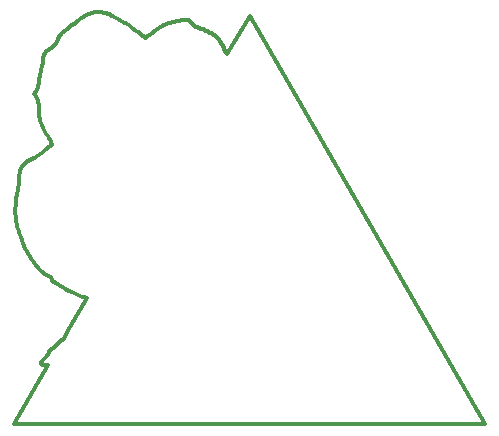
<source format=gbr>
%TF.GenerationSoftware,KiCad,Pcbnew,(6.99.0-2239-g14886e426b)*%
%TF.CreationDate,2022-06-28T00:18:28+01:00*%
%TF.ProjectId,Butterfly_Badge_Addon,42757474-6572-4666-9c79-5f4261646765,rev?*%
%TF.SameCoordinates,Original*%
%TF.FileFunction,Profile,NP*%
%FSLAX46Y46*%
G04 Gerber Fmt 4.6, Leading zero omitted, Abs format (unit mm)*
G04 Created by KiCad (PCBNEW (6.99.0-2239-g14886e426b)) date 2022-06-28 00:18:28*
%MOMM*%
%LPD*%
G01*
G04 APERTURE LIST*
%TA.AperFunction,Profile*%
%ADD10C,0.353880*%
%TD*%
G04 APERTURE END LIST*
D10*
X107791397Y-69433694D02*
X107856963Y-69437282D01*
X107922398Y-69443263D01*
X107987637Y-69451635D01*
X108048423Y-69460788D01*
X108109052Y-69470868D01*
X108169512Y-69481875D01*
X108229792Y-69493805D01*
X108289883Y-69506657D01*
X108349774Y-69520428D01*
X108409454Y-69535117D01*
X108468913Y-69550721D01*
X108492466Y-69556502D01*
X108515866Y-69562796D01*
X108539104Y-69569601D01*
X108562172Y-69576912D01*
X108585062Y-69584726D01*
X108607766Y-69593039D01*
X108630276Y-69601849D01*
X108652584Y-69611152D01*
X108674682Y-69620944D01*
X108696561Y-69631221D01*
X108718213Y-69641981D01*
X108739631Y-69653219D01*
X108760806Y-69664933D01*
X108781730Y-69677118D01*
X108802395Y-69689772D01*
X108822793Y-69702890D01*
X108858068Y-69724166D01*
X108893639Y-69744930D01*
X108929501Y-69765179D01*
X108965648Y-69784910D01*
X109002074Y-69804121D01*
X109038774Y-69822807D01*
X109075743Y-69840968D01*
X109112975Y-69858598D01*
X109414879Y-70014416D01*
X109704839Y-70170897D01*
X109837876Y-70245447D01*
X109958969Y-70315435D01*
X110065133Y-70379285D01*
X110153382Y-70435422D01*
X110337344Y-70563925D01*
X110632447Y-70776032D01*
X110932195Y-70994774D01*
X111130091Y-71143183D01*
X111386654Y-71356838D01*
X111577970Y-71517909D01*
X111651649Y-71581089D01*
X111696298Y-71620921D01*
X112050179Y-71405054D01*
X112108252Y-71363834D01*
X112165677Y-71321738D01*
X112222443Y-71278772D01*
X112278542Y-71234944D01*
X112333963Y-71190263D01*
X112388698Y-71144736D01*
X112442735Y-71098371D01*
X112496065Y-71051175D01*
X112570079Y-70993279D01*
X112645102Y-70936733D01*
X112721113Y-70881549D01*
X112798095Y-70827741D01*
X112876029Y-70775321D01*
X112954896Y-70724302D01*
X113034678Y-70674697D01*
X113115355Y-70626519D01*
X113187792Y-70588483D01*
X113261000Y-70552112D01*
X113334948Y-70517415D01*
X113409607Y-70484403D01*
X113484949Y-70453085D01*
X113560943Y-70423470D01*
X113637562Y-70395568D01*
X113714775Y-70369388D01*
X113792554Y-70344940D01*
X113870870Y-70322233D01*
X113949693Y-70301277D01*
X114028994Y-70282082D01*
X114108744Y-70264656D01*
X114188914Y-70249010D01*
X114269475Y-70235153D01*
X114350398Y-70223095D01*
X114406771Y-70214305D01*
X114462983Y-70204609D01*
X114519024Y-70194010D01*
X114574883Y-70182510D01*
X114630550Y-70170112D01*
X114686013Y-70156817D01*
X114741262Y-70142628D01*
X114796286Y-70127547D01*
X114826232Y-70115421D01*
X114856561Y-70104573D01*
X114887233Y-70095006D01*
X114918207Y-70086723D01*
X114949444Y-70079727D01*
X114980901Y-70074021D01*
X115012541Y-70069609D01*
X115044321Y-70066493D01*
X115076202Y-70064677D01*
X115108143Y-70064164D01*
X115140104Y-70064957D01*
X115172045Y-70067059D01*
X115203925Y-70070473D01*
X115235704Y-70075203D01*
X115267341Y-70081251D01*
X115298798Y-70088620D01*
X115310322Y-70092183D01*
X115321662Y-70096193D01*
X115332807Y-70100642D01*
X115343744Y-70105522D01*
X115354461Y-70110826D01*
X115364948Y-70116544D01*
X115375191Y-70122669D01*
X115385180Y-70129193D01*
X115394902Y-70136108D01*
X115404346Y-70143406D01*
X115413499Y-70151079D01*
X115422351Y-70159118D01*
X115430889Y-70167517D01*
X115439102Y-70176266D01*
X115446977Y-70185357D01*
X115454504Y-70194784D01*
X115470484Y-70211925D01*
X115488786Y-70231057D01*
X115508747Y-70251515D01*
X115529704Y-70272638D01*
X115550992Y-70293760D01*
X115571949Y-70314218D01*
X115591910Y-70333350D01*
X115610212Y-70350491D01*
X115651626Y-70389363D01*
X115702662Y-70438519D01*
X115729818Y-70465191D01*
X115757016Y-70492320D01*
X115783467Y-70519199D01*
X115808384Y-70545125D01*
X115831624Y-70568067D01*
X115853636Y-70589153D01*
X115874517Y-70608435D01*
X115894366Y-70625965D01*
X115913283Y-70641794D01*
X115931365Y-70655975D01*
X115948711Y-70668560D01*
X115965419Y-70679600D01*
X115981588Y-70689147D01*
X115997316Y-70697252D01*
X116012703Y-70703969D01*
X116027845Y-70709348D01*
X116042843Y-70713441D01*
X116057794Y-70716301D01*
X116072796Y-70717979D01*
X116087949Y-70718527D01*
X116113751Y-70718575D01*
X116131134Y-70718914D01*
X116137149Y-70719283D01*
X116141633Y-70719833D01*
X116144781Y-70720601D01*
X116145913Y-70721078D01*
X116146783Y-70721623D01*
X116147414Y-70722241D01*
X116147831Y-70722935D01*
X116148057Y-70723712D01*
X116148117Y-70724574D01*
X116147832Y-70726576D01*
X116147170Y-70728977D01*
X116145476Y-70735122D01*
X116144829Y-70738938D01*
X116144571Y-70743298D01*
X116144603Y-70747820D01*
X116144826Y-70752104D01*
X116145070Y-70754159D01*
X116145434Y-70756159D01*
X116145941Y-70758104D01*
X116146617Y-70759997D01*
X116147484Y-70761837D01*
X116148567Y-70763627D01*
X116149889Y-70765368D01*
X116151475Y-70767060D01*
X116153350Y-70768707D01*
X116155535Y-70770307D01*
X116158057Y-70771864D01*
X116160938Y-70773378D01*
X116164202Y-70774850D01*
X116167874Y-70776282D01*
X116171978Y-70777676D01*
X116176537Y-70779032D01*
X116181576Y-70780351D01*
X116187118Y-70781636D01*
X116193188Y-70782886D01*
X116199809Y-70784105D01*
X116207006Y-70785292D01*
X116214801Y-70786450D01*
X116223221Y-70787579D01*
X116232287Y-70788680D01*
X116242025Y-70789756D01*
X116252458Y-70790808D01*
X116263610Y-70791836D01*
X116275506Y-70792841D01*
X116317363Y-70795952D01*
X116346282Y-70797818D01*
X116364584Y-70799186D01*
X116370480Y-70799917D01*
X116374593Y-70800804D01*
X116377212Y-70801939D01*
X116378629Y-70803416D01*
X116379134Y-70805329D01*
X116379016Y-70807771D01*
X116378077Y-70814613D01*
X116377835Y-70819201D01*
X116378132Y-70824691D01*
X116378629Y-70827615D01*
X116379453Y-70830416D01*
X116380600Y-70833097D01*
X116382065Y-70835660D01*
X116383844Y-70838105D01*
X116385931Y-70840436D01*
X116388324Y-70842655D01*
X116391016Y-70844762D01*
X116394004Y-70846761D01*
X116397282Y-70848653D01*
X116400847Y-70850440D01*
X116404694Y-70852123D01*
X116408818Y-70853706D01*
X116413215Y-70855190D01*
X116417881Y-70856576D01*
X116422810Y-70857867D01*
X116427998Y-70859065D01*
X116433441Y-70860171D01*
X116445072Y-70862118D01*
X116457668Y-70863722D01*
X116471191Y-70865000D01*
X116485606Y-70865967D01*
X116500877Y-70866638D01*
X116516966Y-70867029D01*
X116533839Y-70867156D01*
X116549512Y-70866654D01*
X116565104Y-70867016D01*
X116580583Y-70868229D01*
X116595916Y-70870281D01*
X116611070Y-70873158D01*
X116626015Y-70876848D01*
X116640716Y-70881337D01*
X116655142Y-70886614D01*
X116669262Y-70892665D01*
X116683041Y-70899477D01*
X116696449Y-70907038D01*
X116709453Y-70915335D01*
X116722021Y-70924356D01*
X116734120Y-70934086D01*
X116745718Y-70944514D01*
X116756782Y-70955626D01*
X116759154Y-70959847D01*
X116761657Y-70963965D01*
X116764287Y-70967980D01*
X116767041Y-70971889D01*
X116769916Y-70975689D01*
X116772908Y-70979379D01*
X116776014Y-70982957D01*
X116779230Y-70986421D01*
X116782553Y-70989768D01*
X116785979Y-70992997D01*
X116789505Y-70996106D01*
X116793129Y-70999092D01*
X116796845Y-71001953D01*
X116800651Y-71004688D01*
X116804544Y-71007295D01*
X116808520Y-71009770D01*
X116812575Y-71012113D01*
X116816707Y-71014322D01*
X116820912Y-71016393D01*
X116825185Y-71018326D01*
X116829525Y-71020117D01*
X116833928Y-71021766D01*
X116838389Y-71023270D01*
X116842906Y-71024626D01*
X116847476Y-71025834D01*
X116852094Y-71026891D01*
X116856758Y-71027794D01*
X116861464Y-71028542D01*
X116866209Y-71029133D01*
X116870989Y-71029564D01*
X116875801Y-71029834D01*
X116880641Y-71029941D01*
X116890583Y-71030226D01*
X116900457Y-71031061D01*
X116910197Y-71032414D01*
X116919734Y-71034254D01*
X116929002Y-71036550D01*
X116937932Y-71039272D01*
X116946459Y-71042387D01*
X116954513Y-71045866D01*
X116962029Y-71049676D01*
X116968938Y-71053787D01*
X116975173Y-71058167D01*
X116980667Y-71062786D01*
X116985352Y-71067612D01*
X116989161Y-71072614D01*
X116990716Y-71075172D01*
X116992027Y-71077762D01*
X116993085Y-71080380D01*
X116993882Y-71083023D01*
X117002444Y-71091759D01*
X117011299Y-71100155D01*
X117020437Y-71108205D01*
X117029848Y-71115902D01*
X117039522Y-71123241D01*
X117049446Y-71130215D01*
X117059612Y-71136819D01*
X117070008Y-71143045D01*
X117080625Y-71148890D01*
X117091450Y-71154345D01*
X117102474Y-71159405D01*
X117113687Y-71164065D01*
X117125076Y-71168317D01*
X117136633Y-71172156D01*
X117148347Y-71175576D01*
X117160206Y-71178571D01*
X117174157Y-71180518D01*
X117188051Y-71182797D01*
X117201883Y-71185405D01*
X117215647Y-71188341D01*
X117229338Y-71191604D01*
X117242949Y-71195193D01*
X117256474Y-71199106D01*
X117269909Y-71203342D01*
X117294059Y-71212037D01*
X117304449Y-71216017D01*
X117313813Y-71219820D01*
X117322223Y-71223499D01*
X117329752Y-71227105D01*
X117336472Y-71230690D01*
X117342455Y-71234307D01*
X117347776Y-71238006D01*
X117352505Y-71241841D01*
X117356716Y-71245861D01*
X117360481Y-71250121D01*
X117363873Y-71254670D01*
X117366964Y-71259562D01*
X117369827Y-71264848D01*
X117372535Y-71270579D01*
X117375197Y-71276347D01*
X117377906Y-71281721D01*
X117380708Y-71286722D01*
X117383650Y-71291370D01*
X117386778Y-71295686D01*
X117388427Y-71297726D01*
X117390140Y-71299691D01*
X117391923Y-71301584D01*
X117393782Y-71303407D01*
X117395722Y-71305162D01*
X117397750Y-71306852D01*
X117399871Y-71308480D01*
X117402091Y-71310049D01*
X117404417Y-71311560D01*
X117406853Y-71313017D01*
X117409405Y-71314423D01*
X117412081Y-71315779D01*
X117414884Y-71317088D01*
X117417822Y-71318353D01*
X117424122Y-71320762D01*
X117431030Y-71323026D01*
X117438590Y-71325165D01*
X117446850Y-71327200D01*
X117492018Y-71339427D01*
X117510899Y-71344890D01*
X117527524Y-71350037D01*
X117542055Y-71354955D01*
X117554652Y-71359734D01*
X117565477Y-71364461D01*
X117574689Y-71369224D01*
X117582450Y-71374111D01*
X117588920Y-71379211D01*
X117594261Y-71384612D01*
X117598631Y-71390401D01*
X117602194Y-71396667D01*
X117605108Y-71403499D01*
X117607535Y-71410983D01*
X117609635Y-71419209D01*
X117610987Y-71424043D01*
X117612510Y-71428796D01*
X117614198Y-71433467D01*
X117616050Y-71438052D01*
X117620227Y-71446951D01*
X117625011Y-71455467D01*
X117630375Y-71463574D01*
X117636288Y-71471245D01*
X117642723Y-71478456D01*
X117649651Y-71485178D01*
X117657042Y-71491388D01*
X117664867Y-71497058D01*
X117673099Y-71502163D01*
X117681708Y-71506676D01*
X117690665Y-71510572D01*
X117699942Y-71513825D01*
X117704691Y-71515202D01*
X117709510Y-71516408D01*
X117714393Y-71517440D01*
X117719339Y-71518295D01*
X117723372Y-71518567D01*
X117727369Y-71519036D01*
X117731323Y-71519700D01*
X117735228Y-71520555D01*
X117739078Y-71521598D01*
X117742866Y-71522826D01*
X117746585Y-71524236D01*
X117750228Y-71525825D01*
X117753790Y-71527590D01*
X117757263Y-71529528D01*
X117760641Y-71531636D01*
X117763918Y-71533911D01*
X117767086Y-71536349D01*
X117770140Y-71538948D01*
X117773073Y-71541704D01*
X117775877Y-71544615D01*
X117778534Y-71547662D01*
X117781026Y-71550823D01*
X117783350Y-71554090D01*
X117785505Y-71557459D01*
X117787486Y-71560920D01*
X117789293Y-71564469D01*
X117790922Y-71568097D01*
X117792372Y-71571799D01*
X117793639Y-71575567D01*
X117794721Y-71579394D01*
X117795615Y-71583274D01*
X117796320Y-71587200D01*
X117796833Y-71591165D01*
X117797150Y-71595162D01*
X117797271Y-71599185D01*
X117797191Y-71603227D01*
X117797267Y-71613041D01*
X117797448Y-71617378D01*
X117797800Y-71621363D01*
X117798379Y-71625016D01*
X117798773Y-71626724D01*
X117799244Y-71628358D01*
X117799801Y-71629918D01*
X117800451Y-71631409D01*
X117801201Y-71632833D01*
X117802057Y-71634191D01*
X117803028Y-71635488D01*
X117804120Y-71636724D01*
X117805340Y-71637904D01*
X117806695Y-71639029D01*
X117808193Y-71640103D01*
X117809841Y-71641127D01*
X117811646Y-71642105D01*
X117813614Y-71643038D01*
X117815754Y-71643930D01*
X117818072Y-71644783D01*
X117820575Y-71645600D01*
X117823270Y-71646383D01*
X117829267Y-71647859D01*
X117836120Y-71649231D01*
X117860504Y-71653102D01*
X117865291Y-71654095D01*
X117869648Y-71655327D01*
X117871680Y-71656068D01*
X117873621Y-71656912D01*
X117875479Y-71657872D01*
X117877258Y-71658963D01*
X117878964Y-71660199D01*
X117880604Y-71661594D01*
X117882182Y-71663164D01*
X117883706Y-71664921D01*
X117885181Y-71666880D01*
X117886612Y-71669056D01*
X117888005Y-71671462D01*
X117889367Y-71674113D01*
X117890703Y-71677024D01*
X117892018Y-71680208D01*
X117893320Y-71683679D01*
X117894613Y-71687453D01*
X117897197Y-71695963D01*
X117899817Y-71705852D01*
X117903030Y-71711698D01*
X117906349Y-71717480D01*
X117909775Y-71723194D01*
X117913306Y-71728841D01*
X117916942Y-71734418D01*
X117920681Y-71739925D01*
X117924522Y-71745359D01*
X117928465Y-71750720D01*
X117932507Y-71756005D01*
X117936648Y-71761214D01*
X117940888Y-71766345D01*
X117945224Y-71771397D01*
X117949656Y-71776368D01*
X117954183Y-71781257D01*
X117958804Y-71786063D01*
X117963517Y-71790783D01*
X117968414Y-71794788D01*
X117973147Y-71798961D01*
X117977712Y-71803298D01*
X117982107Y-71807794D01*
X117986326Y-71812443D01*
X117990367Y-71817240D01*
X117994226Y-71822179D01*
X117997898Y-71827256D01*
X118001381Y-71832465D01*
X118004670Y-71837800D01*
X118007763Y-71843257D01*
X118010654Y-71848830D01*
X118013341Y-71854513D01*
X118015820Y-71860302D01*
X118018087Y-71866191D01*
X118020138Y-71872175D01*
X118022841Y-71879271D01*
X118025758Y-71886267D01*
X118028886Y-71893159D01*
X118032223Y-71899943D01*
X118035764Y-71906614D01*
X118039508Y-71913167D01*
X118043450Y-71919599D01*
X118047588Y-71925905D01*
X118051919Y-71932080D01*
X118056440Y-71938119D01*
X118061147Y-71944019D01*
X118066038Y-71949774D01*
X118071110Y-71955381D01*
X118076359Y-71960834D01*
X118081782Y-71966130D01*
X118087377Y-71971263D01*
X118094329Y-71977223D01*
X118101028Y-71983431D01*
X118107469Y-71989878D01*
X118113647Y-71996555D01*
X118119556Y-72003454D01*
X118125190Y-72010567D01*
X118130544Y-72017884D01*
X118135612Y-72025399D01*
X118140390Y-72033101D01*
X118144871Y-72040984D01*
X118149051Y-72049038D01*
X118152923Y-72057254D01*
X118156483Y-72065625D01*
X118159724Y-72074143D01*
X118162642Y-72082797D01*
X118165230Y-72091581D01*
X118166693Y-72098922D01*
X118168491Y-72106158D01*
X118170618Y-72113279D01*
X118173068Y-72120274D01*
X118175835Y-72127134D01*
X118178913Y-72133847D01*
X118182294Y-72140403D01*
X118185974Y-72146793D01*
X118189946Y-72153006D01*
X118194203Y-72159031D01*
X118198739Y-72164858D01*
X118203548Y-72170477D01*
X118208624Y-72175878D01*
X118213961Y-72181051D01*
X118219551Y-72185984D01*
X118225390Y-72190668D01*
X118231512Y-72195777D01*
X118237377Y-72201137D01*
X118242979Y-72206738D01*
X118248311Y-72212569D01*
X118253369Y-72218621D01*
X118258145Y-72224883D01*
X118262633Y-72231345D01*
X118266828Y-72237997D01*
X118270723Y-72244828D01*
X118274313Y-72251830D01*
X118277590Y-72258990D01*
X118280550Y-72266301D01*
X118283186Y-72273750D01*
X118285491Y-72281328D01*
X118287461Y-72289026D01*
X118289088Y-72296832D01*
X118291256Y-72303244D01*
X118293552Y-72309606D01*
X118295976Y-72315916D01*
X118298526Y-72322172D01*
X118301201Y-72328373D01*
X118304001Y-72334516D01*
X118306924Y-72340600D01*
X118309970Y-72346622D01*
X118313137Y-72352582D01*
X118316425Y-72358477D01*
X118319833Y-72364305D01*
X118323359Y-72370065D01*
X118327003Y-72375754D01*
X118330763Y-72381370D01*
X118334640Y-72386913D01*
X118338631Y-72392380D01*
X118346000Y-72400175D01*
X118352978Y-72408270D01*
X118359558Y-72416648D01*
X118365733Y-72425296D01*
X118371498Y-72434198D01*
X118376845Y-72443338D01*
X118381767Y-72452702D01*
X118386259Y-72462275D01*
X118390312Y-72472041D01*
X118393921Y-72481985D01*
X118397079Y-72492092D01*
X118399779Y-72502348D01*
X118402015Y-72512736D01*
X118403780Y-72523243D01*
X118405066Y-72533852D01*
X118405869Y-72544548D01*
X118406583Y-72550052D01*
X118407475Y-72555519D01*
X118408543Y-72560946D01*
X118409786Y-72566328D01*
X118411201Y-72571661D01*
X118412788Y-72576942D01*
X118414544Y-72582165D01*
X118416468Y-72587328D01*
X118418559Y-72592425D01*
X118420814Y-72597453D01*
X118423233Y-72602408D01*
X118425813Y-72607285D01*
X118428553Y-72612082D01*
X118431452Y-72616792D01*
X118434507Y-72621413D01*
X118437718Y-72625940D01*
X118442169Y-72632032D01*
X118446421Y-72638249D01*
X118450470Y-72644586D01*
X118454314Y-72651039D01*
X118457952Y-72657603D01*
X118461381Y-72664271D01*
X118464599Y-72671041D01*
X118467604Y-72677905D01*
X118470394Y-72684860D01*
X118472967Y-72691900D01*
X118475320Y-72699020D01*
X118477451Y-72706215D01*
X118479359Y-72713480D01*
X118481041Y-72720810D01*
X118482496Y-72728199D01*
X118483720Y-72735644D01*
X118484478Y-72743971D01*
X118485675Y-72752203D01*
X118487301Y-72760325D01*
X118489350Y-72768321D01*
X118491813Y-72776177D01*
X118494681Y-72783876D01*
X118497947Y-72791404D01*
X118501602Y-72798744D01*
X118505638Y-72805882D01*
X118510048Y-72812802D01*
X118514822Y-72819489D01*
X118519953Y-72825927D01*
X118525432Y-72832101D01*
X118531252Y-72837996D01*
X118537404Y-72843595D01*
X118543879Y-72848885D01*
X118549606Y-72853842D01*
X118555070Y-72859045D01*
X118560263Y-72864482D01*
X118565181Y-72870142D01*
X118569818Y-72876015D01*
X118574166Y-72882089D01*
X118578221Y-72888354D01*
X118581976Y-72894799D01*
X118585426Y-72901412D01*
X118588563Y-72908183D01*
X118591383Y-72915101D01*
X118593879Y-72922155D01*
X118596044Y-72929334D01*
X118597874Y-72936626D01*
X118599362Y-72944022D01*
X118600502Y-72951510D01*
X118600502Y-72997515D01*
X120560998Y-69755972D01*
X140516305Y-104266371D01*
X100605697Y-104266371D01*
X103496898Y-99273121D01*
X103143018Y-99273121D01*
X103072325Y-99272914D01*
X103043271Y-99272421D01*
X103018054Y-99271462D01*
X102996403Y-99269881D01*
X102978049Y-99267523D01*
X102962722Y-99264231D01*
X102956110Y-99262186D01*
X102950153Y-99259850D01*
X102944819Y-99257203D01*
X102940072Y-99254226D01*
X102935881Y-99250899D01*
X102932210Y-99247202D01*
X102929027Y-99243116D01*
X102926297Y-99238622D01*
X102923988Y-99233701D01*
X102922064Y-99228332D01*
X102919241Y-99216176D01*
X102917558Y-99201998D01*
X102916745Y-99185643D01*
X102916535Y-99166955D01*
X102916689Y-99157163D01*
X102917191Y-99147633D01*
X102918098Y-99138271D01*
X102919465Y-99128989D01*
X102921351Y-99119693D01*
X102923813Y-99110293D01*
X102926907Y-99100698D01*
X102930690Y-99090815D01*
X102935220Y-99080554D01*
X102940553Y-99069823D01*
X102946747Y-99058531D01*
X102953858Y-99046587D01*
X102961944Y-99033898D01*
X102971061Y-99020375D01*
X102981267Y-99005925D01*
X102992619Y-98990456D01*
X103018987Y-98956101D01*
X103050622Y-98916577D01*
X103087980Y-98871154D01*
X103131517Y-98819101D01*
X103376579Y-98529969D01*
X103407004Y-98496319D01*
X103436838Y-98462157D01*
X103466074Y-98427490D01*
X103494706Y-98392326D01*
X103522727Y-98356674D01*
X103550131Y-98320541D01*
X103576911Y-98283936D01*
X103603062Y-98246865D01*
X103604406Y-98241412D01*
X103605572Y-98235928D01*
X103606558Y-98230418D01*
X103607364Y-98224887D01*
X103607992Y-98219338D01*
X103608440Y-98213776D01*
X103608709Y-98208205D01*
X103608799Y-98202630D01*
X103608709Y-98197055D01*
X103608440Y-98191484D01*
X103607992Y-98185922D01*
X103607364Y-98180373D01*
X103606558Y-98174841D01*
X103605572Y-98169331D01*
X103604406Y-98163847D01*
X103603062Y-98158394D01*
X103603292Y-98146768D01*
X103604071Y-98135717D01*
X103604709Y-98130380D01*
X103605534Y-98125153D01*
X103606565Y-98120027D01*
X103607817Y-98114989D01*
X103609307Y-98110029D01*
X103611053Y-98105135D01*
X103613071Y-98100298D01*
X103615378Y-98095505D01*
X103617991Y-98090745D01*
X103620927Y-98086009D01*
X103624202Y-98081284D01*
X103627833Y-98076560D01*
X103631838Y-98071825D01*
X103636233Y-98067069D01*
X103641034Y-98062281D01*
X103646260Y-98057449D01*
X103651926Y-98052563D01*
X103658050Y-98047611D01*
X103664647Y-98042583D01*
X103671736Y-98037467D01*
X103679334Y-98032253D01*
X103687456Y-98026929D01*
X103705341Y-98015910D01*
X103725529Y-98004320D01*
X103748153Y-97992071D01*
X103792792Y-97965068D01*
X103836694Y-97936989D01*
X103879842Y-97907851D01*
X103922218Y-97877670D01*
X103963803Y-97846462D01*
X104004579Y-97814242D01*
X104044529Y-97781029D01*
X104083634Y-97746837D01*
X104121877Y-97711682D01*
X104159238Y-97675582D01*
X104195701Y-97638551D01*
X104231248Y-97600607D01*
X104265859Y-97561766D01*
X104299517Y-97522043D01*
X104332205Y-97481455D01*
X104363903Y-97440018D01*
X104382867Y-97419044D01*
X104402293Y-97398534D01*
X104422171Y-97378495D01*
X104442495Y-97358934D01*
X104463253Y-97339857D01*
X104484438Y-97321272D01*
X104506041Y-97303186D01*
X104528052Y-97285605D01*
X104550463Y-97268536D01*
X104573264Y-97251987D01*
X104596448Y-97235965D01*
X104620005Y-97220475D01*
X104643926Y-97205527D01*
X104668202Y-97191125D01*
X104692824Y-97177277D01*
X104717784Y-97163991D01*
X105333536Y-96102352D01*
X106749056Y-93653503D01*
X106564270Y-93590933D01*
X106380521Y-93525487D01*
X106197843Y-93457177D01*
X106016270Y-93386017D01*
X105835834Y-93312019D01*
X105656570Y-93235198D01*
X105478509Y-93155566D01*
X105301686Y-93073137D01*
X105283993Y-93073137D01*
X105267086Y-93059028D01*
X105249808Y-93045398D01*
X105232168Y-93032252D01*
X105214176Y-93019599D01*
X105195844Y-93007446D01*
X105177180Y-92995798D01*
X105158196Y-92984664D01*
X105138902Y-92974051D01*
X105091536Y-92949332D01*
X105045001Y-92923164D01*
X104999327Y-92895570D01*
X104954547Y-92866571D01*
X104910695Y-92836189D01*
X104867801Y-92804444D01*
X104825900Y-92771360D01*
X104785022Y-92736956D01*
X104704676Y-92683295D01*
X104623212Y-92631410D01*
X104540662Y-92581315D01*
X104457055Y-92533029D01*
X104372420Y-92486568D01*
X104286788Y-92441948D01*
X104200187Y-92399187D01*
X104112648Y-92358300D01*
X104049254Y-92325262D01*
X104022357Y-92310434D01*
X103998301Y-92296372D01*
X103976816Y-92282808D01*
X103957633Y-92269472D01*
X103940481Y-92256095D01*
X103925093Y-92242406D01*
X103911197Y-92228137D01*
X103898524Y-92213017D01*
X103886805Y-92196778D01*
X103875771Y-92179150D01*
X103865151Y-92159863D01*
X103854676Y-92138647D01*
X103844077Y-92115233D01*
X103833084Y-92089352D01*
X103823225Y-92058727D01*
X103811337Y-92029143D01*
X103797505Y-92000676D01*
X103781812Y-91973403D01*
X103764344Y-91947402D01*
X103745185Y-91922750D01*
X103724420Y-91899522D01*
X103702133Y-91877798D01*
X103678409Y-91857652D01*
X103653332Y-91839163D01*
X103626987Y-91822407D01*
X103599459Y-91807461D01*
X103570832Y-91794402D01*
X103541191Y-91783308D01*
X103510620Y-91774254D01*
X103479204Y-91767319D01*
X103411820Y-91730491D01*
X103345545Y-91691899D01*
X103280410Y-91651572D01*
X103216449Y-91609536D01*
X103153692Y-91565818D01*
X103092171Y-91520446D01*
X103031920Y-91473447D01*
X102972970Y-91424848D01*
X102915352Y-91374676D01*
X102859099Y-91322958D01*
X102804243Y-91269721D01*
X102750816Y-91214992D01*
X102698850Y-91158799D01*
X102648377Y-91101169D01*
X102599428Y-91042128D01*
X102552037Y-90981704D01*
X102353864Y-90730451D01*
X102205627Y-90531247D01*
X102064633Y-90327133D01*
X101930996Y-90118311D01*
X101804830Y-89904981D01*
X101686249Y-89687343D01*
X101575367Y-89465599D01*
X101472297Y-89239948D01*
X101377155Y-89010593D01*
X101297975Y-88819057D01*
X101265186Y-88740374D01*
X101242682Y-88688563D01*
X101173812Y-88509088D01*
X101109033Y-88328176D01*
X101048365Y-88145894D01*
X100991828Y-87962315D01*
X100939443Y-87777508D01*
X100891231Y-87591543D01*
X100847213Y-87404491D01*
X100807410Y-87216423D01*
X100778169Y-87045471D01*
X100754740Y-86873776D01*
X100737130Y-86701486D01*
X100725347Y-86528749D01*
X100719398Y-86355713D01*
X100719291Y-86182526D01*
X100725033Y-86009335D01*
X100736633Y-85836289D01*
X100742589Y-85693844D01*
X100752042Y-85551653D01*
X100764983Y-85409780D01*
X100781404Y-85268288D01*
X100801296Y-85127243D01*
X100824652Y-84986707D01*
X100851464Y-84846745D01*
X100881722Y-84707422D01*
X100912134Y-84540948D01*
X100940182Y-84374089D01*
X100965863Y-84206868D01*
X100989175Y-84039310D01*
X101010115Y-83871440D01*
X101028678Y-83703281D01*
X101044861Y-83534859D01*
X101058662Y-83366197D01*
X101072321Y-83212043D01*
X101085647Y-83077792D01*
X101096982Y-82978043D01*
X101101385Y-82945668D01*
X101104668Y-82927394D01*
X101125794Y-82869017D01*
X101148366Y-82811216D01*
X101172371Y-82754016D01*
X101197796Y-82697445D01*
X101224630Y-82641527D01*
X101252859Y-82586290D01*
X101282473Y-82531761D01*
X101313458Y-82477965D01*
X101337036Y-82449276D01*
X101361132Y-82421049D01*
X101385736Y-82393291D01*
X101410844Y-82366009D01*
X101436446Y-82339208D01*
X101462537Y-82312896D01*
X101489109Y-82287079D01*
X101516155Y-82261764D01*
X101543667Y-82236956D01*
X101571640Y-82212664D01*
X101600065Y-82188892D01*
X101628935Y-82165649D01*
X101658244Y-82142939D01*
X101687984Y-82120771D01*
X101718148Y-82099149D01*
X101748730Y-82078082D01*
X101802096Y-82043729D01*
X101856326Y-82010819D01*
X101911388Y-81979368D01*
X101967254Y-81949389D01*
X102023893Y-81920900D01*
X102081276Y-81893915D01*
X102139374Y-81868449D01*
X102198157Y-81844518D01*
X102217086Y-81836852D01*
X102235806Y-81828713D01*
X102254309Y-81820106D01*
X102272585Y-81811036D01*
X102290625Y-81801506D01*
X102308422Y-81791521D01*
X102325966Y-81781086D01*
X102343248Y-81770205D01*
X102467453Y-81690732D01*
X102589871Y-81608626D01*
X102710462Y-81523920D01*
X102829184Y-81436642D01*
X102945997Y-81346826D01*
X103060859Y-81254500D01*
X103173730Y-81159697D01*
X103284568Y-81062447D01*
X103311483Y-81038192D01*
X103338790Y-81014408D01*
X103366484Y-80991099D01*
X103394558Y-80968270D01*
X103423006Y-80945925D01*
X103451820Y-80924068D01*
X103480996Y-80902704D01*
X103510527Y-80881837D01*
X103540405Y-80861472D01*
X103570625Y-80841613D01*
X103601181Y-80822265D01*
X103632066Y-80803432D01*
X103663274Y-80785118D01*
X103694797Y-80767327D01*
X103726631Y-80750065D01*
X103758769Y-80733336D01*
X103771299Y-80728178D01*
X103782372Y-80723258D01*
X103792026Y-80718484D01*
X103796331Y-80716122D01*
X103800295Y-80713762D01*
X103803922Y-80711391D01*
X103807216Y-80708998D01*
X103810182Y-80706571D01*
X103812826Y-80704099D01*
X103815150Y-80701570D01*
X103817160Y-80698973D01*
X103818861Y-80696295D01*
X103820256Y-80693524D01*
X103821350Y-80690651D01*
X103822149Y-80687662D01*
X103822656Y-80684546D01*
X103822875Y-80681291D01*
X103822812Y-80677886D01*
X103822472Y-80674319D01*
X103821858Y-80670578D01*
X103820974Y-80666652D01*
X103819827Y-80662529D01*
X103818420Y-80658197D01*
X103814844Y-80648861D01*
X103810283Y-80638551D01*
X103804773Y-80627173D01*
X103798383Y-80610382D01*
X103792423Y-80593444D01*
X103786896Y-80576365D01*
X103781805Y-80559154D01*
X103777153Y-80541820D01*
X103772940Y-80524371D01*
X103769171Y-80506814D01*
X103765846Y-80489159D01*
X103759042Y-80464466D01*
X103751480Y-80440040D01*
X103743171Y-80415897D01*
X103734124Y-80392055D01*
X103724347Y-80368528D01*
X103713849Y-80345335D01*
X103702640Y-80322490D01*
X103690728Y-80300010D01*
X103678122Y-80277912D01*
X103664832Y-80256212D01*
X103650865Y-80234926D01*
X103636232Y-80214070D01*
X103620942Y-80193661D01*
X103605002Y-80173716D01*
X103588423Y-80154249D01*
X103571212Y-80135279D01*
X103457165Y-79957550D01*
X103349378Y-79776173D01*
X103247933Y-79591314D01*
X103152912Y-79403142D01*
X103064395Y-79211824D01*
X102982463Y-79017528D01*
X102907198Y-78820422D01*
X102838680Y-78620673D01*
X102817414Y-78544964D01*
X102797790Y-78468842D01*
X102779813Y-78392333D01*
X102763489Y-78315464D01*
X102748822Y-78238261D01*
X102735818Y-78160752D01*
X102724483Y-78082962D01*
X102714822Y-78004920D01*
X102690051Y-77491794D01*
X102692593Y-77423755D01*
X102692239Y-77355763D01*
X102689001Y-77287908D01*
X102682887Y-77220282D01*
X102673910Y-77152976D01*
X102662077Y-77086082D01*
X102647401Y-77019691D01*
X102629891Y-76953896D01*
X102607964Y-76889777D01*
X102583778Y-76826545D01*
X102557359Y-76764260D01*
X102528738Y-76702980D01*
X102497941Y-76642763D01*
X102464999Y-76583668D01*
X102429939Y-76525754D01*
X102392791Y-76469079D01*
X102388079Y-76462647D01*
X102383518Y-76456116D01*
X102379107Y-76449490D01*
X102374850Y-76442770D01*
X102370747Y-76435959D01*
X102366799Y-76429061D01*
X102363008Y-76422077D01*
X102359375Y-76415011D01*
X102355902Y-76407866D01*
X102352590Y-76400643D01*
X102349440Y-76393346D01*
X102346454Y-76385977D01*
X102343632Y-76378539D01*
X102340977Y-76371035D01*
X102338489Y-76363467D01*
X102336171Y-76355838D01*
X102345324Y-76332723D01*
X102355298Y-76309976D01*
X102366081Y-76287620D01*
X102377661Y-76265675D01*
X102390027Y-76244163D01*
X102403166Y-76223105D01*
X102417067Y-76202523D01*
X102431719Y-76182437D01*
X102462668Y-76134769D01*
X102490710Y-76089225D01*
X102516170Y-76044698D01*
X102539376Y-76000078D01*
X102560652Y-75954255D01*
X102580327Y-75906120D01*
X102598727Y-75854564D01*
X102616179Y-75798477D01*
X102633008Y-75736750D01*
X102649541Y-75668274D01*
X102666106Y-75591939D01*
X102683029Y-75506636D01*
X102700636Y-75411256D01*
X102719253Y-75304690D01*
X102760827Y-75053559D01*
X102781190Y-74915768D01*
X102803835Y-74778363D01*
X102828757Y-74641370D01*
X102855950Y-74504820D01*
X102885407Y-74368741D01*
X102917124Y-74233160D01*
X102951094Y-74098107D01*
X102987310Y-73963611D01*
X103006453Y-73876106D01*
X103023926Y-73788278D01*
X103039724Y-73700150D01*
X103053844Y-73611746D01*
X103066282Y-73523090D01*
X103077036Y-73434206D01*
X103086101Y-73345117D01*
X103093474Y-73255848D01*
X103104326Y-73204183D01*
X103117981Y-73153494D01*
X103134370Y-73103879D01*
X103153422Y-73055437D01*
X103175067Y-73008264D01*
X103199233Y-72962458D01*
X103225851Y-72918119D01*
X103254851Y-72875343D01*
X103286162Y-72834228D01*
X103319713Y-72794873D01*
X103355435Y-72757375D01*
X103393257Y-72721832D01*
X103433108Y-72688342D01*
X103474918Y-72657003D01*
X103518617Y-72627913D01*
X103564134Y-72601169D01*
X103591857Y-72584194D01*
X103621364Y-72565560D01*
X103682242Y-72525970D01*
X103787079Y-72456078D01*
X103814327Y-72439716D01*
X103840975Y-72422504D01*
X103867003Y-72404459D01*
X103892396Y-72385598D01*
X103917134Y-72365940D01*
X103941200Y-72345503D01*
X103964576Y-72324305D01*
X103987244Y-72302363D01*
X104009186Y-72279695D01*
X104030384Y-72256319D01*
X104050821Y-72232253D01*
X104070479Y-72207515D01*
X104089340Y-72182122D01*
X104107385Y-72156093D01*
X104124598Y-72129446D01*
X104140959Y-72102198D01*
X104168956Y-72060718D01*
X104195563Y-72018379D01*
X104220761Y-71975219D01*
X104244532Y-71931271D01*
X104266858Y-71886571D01*
X104287719Y-71841156D01*
X104307099Y-71795060D01*
X104324977Y-71748318D01*
X104335397Y-71716598D01*
X104346385Y-71685078D01*
X104357937Y-71653768D01*
X104370051Y-71622673D01*
X104382724Y-71591801D01*
X104395952Y-71561161D01*
X104409733Y-71530759D01*
X104424064Y-71500603D01*
X104455046Y-71458510D01*
X104487021Y-71417236D01*
X104519971Y-71376796D01*
X104553878Y-71337208D01*
X104588725Y-71298487D01*
X104624496Y-71260649D01*
X104661173Y-71223711D01*
X104698739Y-71187688D01*
X104737177Y-71152597D01*
X104776468Y-71118453D01*
X104816597Y-71085273D01*
X104857546Y-71053073D01*
X104899298Y-71021869D01*
X104941836Y-70991677D01*
X104985142Y-70962513D01*
X105029199Y-70934394D01*
X105068774Y-70903013D01*
X105107922Y-70871110D01*
X105146637Y-70838690D01*
X105184913Y-70805757D01*
X105222746Y-70772315D01*
X105260130Y-70738370D01*
X105297061Y-70703925D01*
X105333533Y-70668986D01*
X105381736Y-70623506D01*
X105421230Y-70587149D01*
X105453592Y-70558756D01*
X105467590Y-70547182D01*
X105480396Y-70537163D01*
X105492206Y-70528554D01*
X105503218Y-70521211D01*
X105513629Y-70514987D01*
X105523636Y-70509737D01*
X105533435Y-70505317D01*
X105543223Y-70501581D01*
X105553199Y-70498385D01*
X105563558Y-70495582D01*
X105588555Y-70486483D01*
X105613236Y-70476666D01*
X105637585Y-70466142D01*
X105661589Y-70454919D01*
X105685233Y-70443006D01*
X105708503Y-70430413D01*
X105731385Y-70417149D01*
X105753862Y-70403223D01*
X105775923Y-70388644D01*
X105797551Y-70373422D01*
X105818733Y-70357566D01*
X105839453Y-70341085D01*
X105859699Y-70323989D01*
X105879454Y-70306286D01*
X105898706Y-70287986D01*
X105917438Y-70269099D01*
X105967753Y-70223268D01*
X106018854Y-70178374D01*
X106070727Y-70134425D01*
X106123358Y-70091430D01*
X106176735Y-70049400D01*
X106230844Y-70008342D01*
X106285672Y-69968268D01*
X106341204Y-69929185D01*
X106397427Y-69891103D01*
X106454328Y-69854032D01*
X106511894Y-69817981D01*
X106570110Y-69782959D01*
X106628964Y-69748975D01*
X106688441Y-69716039D01*
X106748529Y-69684160D01*
X106809214Y-69653347D01*
X106847938Y-69634443D01*
X106887016Y-69616359D01*
X106926436Y-69599100D01*
X106966182Y-69582669D01*
X107006244Y-69567072D01*
X107046606Y-69552311D01*
X107087257Y-69538392D01*
X107128182Y-69525317D01*
X107169370Y-69513092D01*
X107210805Y-69501720D01*
X107252476Y-69491206D01*
X107294368Y-69481553D01*
X107336470Y-69472765D01*
X107378767Y-69464847D01*
X107421246Y-69457802D01*
X107463894Y-69451635D01*
X107529132Y-69443263D01*
X107594567Y-69437282D01*
X107660133Y-69433694D01*
X107725765Y-69432498D01*
X107791397Y-69433694D01*
X111123016Y-71086564D02*
X111195174Y-71144788D01*
X111472921Y-71374264D02*
X111578359Y-71464275D01*
X111578359Y-71464275D02*
X111676748Y-71550886D01*
X111720771Y-71591011D02*
X111760000Y-71628000D01*
X111195174Y-71144788D02*
X111368520Y-71286948D01*
X111760000Y-71628000D02*
X111760000Y-71628000D01*
X111368520Y-71286948D02*
X111472921Y-71374264D01*
X111676748Y-71550886D02*
X111720771Y-71591011D01*
X111760000Y-71628000D02*
X111760000Y-71628000D01*
M02*

</source>
